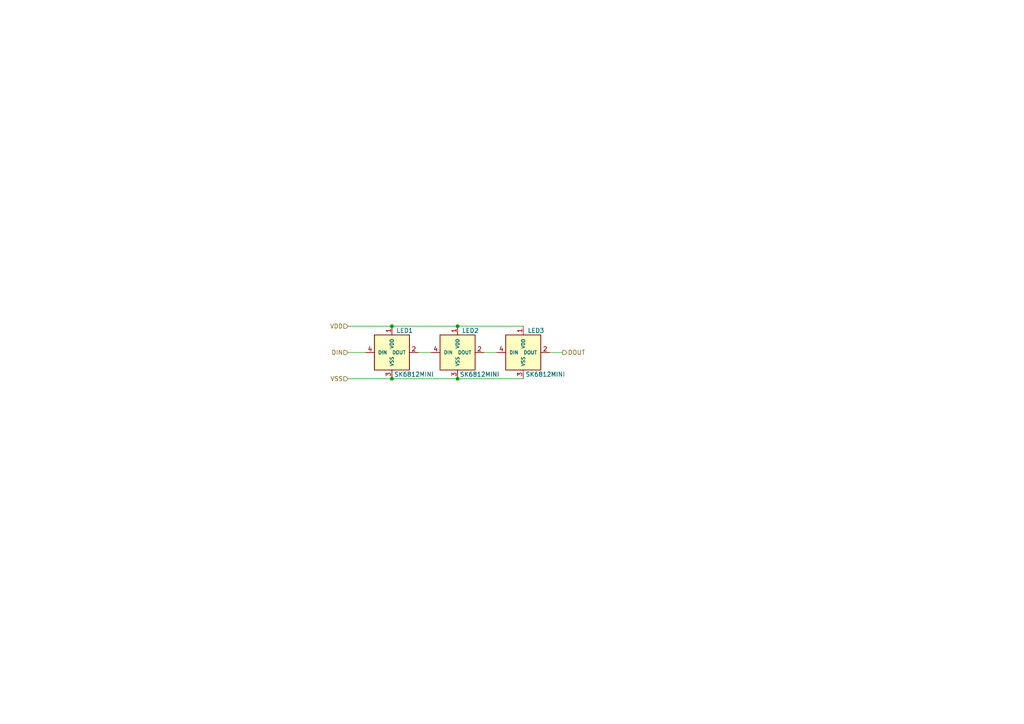
<source format=kicad_sch>
(kicad_sch (version 20211123) (generator eeschema)
  (paper "A4")
  (title_block (title "YUIOP60HH/LED Array") (date "2022-02-05") (rev "5") (company "KaoriYa"))
  (lib_symbols
    (symbol "kbd:YS-SK6812MINI-E" (pin_names (offset 1.016))
      (property "Reference" "LED" (at 2.54 -7.62 0))
      (property "Value" "YS-SK6812MINI-E" (at 6.35 -6.35 0))
      (symbol "YS-SK6812MINI-E_0_1"
        (rectangle (start -5.08 5.08) (end 5.08 -5.08) (stroke (width 0.254)) (fill (type background)))
      )
      (symbol "YS-SK6812MINI-E_1_1"
        (pin power_in line (at 0 7.62 270) (length 2.54) (name "VDD") (number "1"))
        (pin output line (at 7.62 0 180) (length 2.54) (name "DOUT") (number "2"))
        (pin power_in line (at 0 -7.62 90) (length 2.54) (name "VSS") (number "3"))
        (pin input line (at -7.62 0 0) (length 2.54) (name "DIN") (number "4"))
      )
    )
  )
  (junction (at 113.665 109.855))
  (junction (at 113.665 94.615))
  (junction (at 132.715 109.855))
  (junction (at 132.715 94.615))
  (wire (pts (xy 100.965 102.235) (xy 106.045 102.235)))
  (wire (pts (xy 113.665 109.855) (xy 132.715 109.855)))
  (wire (pts (xy 100.965 94.615) (xy 113.665 94.615)))
  (wire (pts (xy 113.665 94.615) (xy 132.715 94.615)))
  (wire (pts (xy 144.145 102.235) (xy 140.335 102.235)))
  (wire (pts (xy 125.095 102.235) (xy 121.285 102.235)))
  (wire (pts (xy 132.715 94.615) (xy 151.765 94.615)))
  (wire (pts (xy 132.715 109.855) (xy 151.765 109.855)))
  (wire (pts (xy 100.965 109.855) (xy 113.665 109.855)))
  (wire (pts (xy 163.195 102.235) (xy 159.385 102.235)))
  (hierarchical_label "VDD" (shape input) (at 100.965 94.615 180))
  (hierarchical_label "DOUT" (shape output) (at 163.195 102.235 0))
  (hierarchical_label "VSS" (shape input) (at 100.965 109.855 180))
  (hierarchical_label "DIN" (shape input) (at 100.965 102.235 180))
  (symbol (lib_id "kbd:YS-SK6812MINI-E") (at 113.665 102.235 0) (unit 1)
    (property "Reference" "LED1" (at 114.935 95.885 0) (effects (justify left)))
    (property "Value" "SK6812MINI" (at 114.3 108.585 0) (effects (justify left)))
    (property "Footprint" "yuiop:SK6812MINI-E_B" (effects hide))
    (property "Datasheet" "https://cdn-shop.adafruit.com/product-files/2686/SK6812MINI_REV.01-1-2.pdf" (effects hide))
  )
  (symbol (lib_id "kbd:YS-SK6812MINI-E") (at 132.715 102.235 0) (unit 1)
    (property "Reference" "LED2" (at 133.985 95.885 0) (effects (justify left)))
    (property "Value" "SK6812MINI" (at 133.35 108.585 0) (effects (justify left)))
    (property "Footprint" "yuiop:SK6812MINI-E_B" (effects hide))
    (property "Datasheet" "https://cdn-shop.adafruit.com/product-files/2686/SK6812MINI_REV.01-1-2.pdf" (effects hide))
  )
  (symbol (lib_id "kbd:YS-SK6812MINI-E") (at 151.765 102.235 0) (unit 1)
    (property "Reference" "LED3" (at 153.035 95.885 0) (effects (justify left)))
    (property "Value" "SK6812MINI" (at 152.4 108.585 0) (effects (justify left)))
    (property "Footprint" "yuiop:SK6812MINI-E_B" (effects hide))
    (property "Datasheet" "https://cdn-shop.adafruit.com/product-files/2686/SK6812MINI_REV.01-1-2.pdf" (effects hide))
  )
)
</source>
